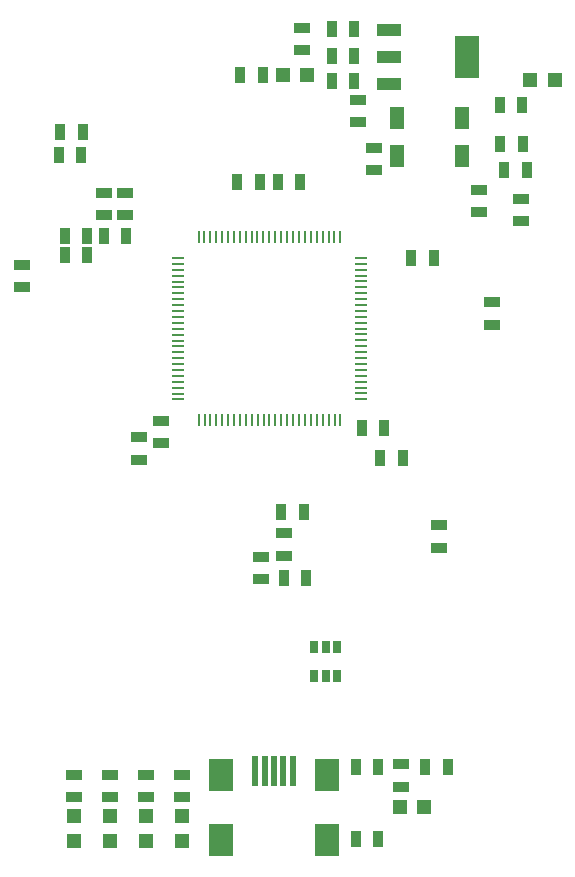
<source format=gtp>
G04 (created by PCBNEW (2013-mar-13)-testing) date Втр 25 Фев 2014 20:18:30*
%MOIN*%
G04 Gerber Fmt 3.4, Leading zero omitted, Abs format*
%FSLAX34Y34*%
G01*
G70*
G90*
G04 APERTURE LIST*
%ADD10C,0.005906*%
%ADD11R,0.055000X0.035000*%
%ADD12R,0.035000X0.055000*%
%ADD13R,0.047200X0.047200*%
%ADD14R,0.040000X0.010000*%
%ADD15R,0.010000X0.040000*%
%ADD16R,0.080000X0.144000*%
%ADD17R,0.080000X0.040000*%
%ADD18R,0.051181X0.074803*%
%ADD19R,0.020000X0.100000*%
%ADD20R,0.078740X0.110000*%
%ADD21R,0.027559X0.039370*%
G04 APERTURE END LIST*
G54D10*
G54D11*
X52100Y-51250D03*
X52100Y-50500D03*
G54D12*
X46725Y-39050D03*
X47475Y-39050D03*
X46125Y-39050D03*
X45375Y-39050D03*
G54D11*
X46175Y-52300D03*
X46175Y-51550D03*
G54D12*
X39625Y-40850D03*
X40375Y-40850D03*
X39625Y-41500D03*
X40375Y-41500D03*
G54D11*
X40950Y-39425D03*
X40950Y-40175D03*
X41650Y-39425D03*
X41650Y-40175D03*
X49400Y-37075D03*
X49400Y-36325D03*
G54D12*
X40225Y-37400D03*
X39475Y-37400D03*
X45475Y-35500D03*
X46225Y-35500D03*
G54D11*
X42850Y-47775D03*
X42850Y-47025D03*
G54D12*
X50275Y-47250D03*
X49525Y-47250D03*
X51925Y-41600D03*
X51175Y-41600D03*
G54D11*
X42100Y-47575D03*
X42100Y-48325D03*
X54850Y-40375D03*
X54850Y-39625D03*
G54D12*
X50150Y-48275D03*
X50900Y-48275D03*
X48525Y-35700D03*
X49275Y-35700D03*
X49275Y-34850D03*
X48525Y-34850D03*
G54D13*
X39950Y-60187D03*
X39950Y-61013D03*
X41150Y-60187D03*
X41150Y-61013D03*
X42350Y-60187D03*
X42350Y-61013D03*
X43550Y-60187D03*
X43550Y-61013D03*
X46887Y-35500D03*
X47713Y-35500D03*
X50787Y-59900D03*
X51613Y-59900D03*
X55137Y-35650D03*
X55963Y-35650D03*
G54D12*
X40175Y-38150D03*
X39425Y-38150D03*
X46850Y-50075D03*
X47600Y-50075D03*
G54D11*
X46950Y-51525D03*
X46950Y-50775D03*
G54D12*
X46925Y-52250D03*
X47675Y-52250D03*
G54D11*
X53875Y-43075D03*
X53875Y-43825D03*
X38200Y-41825D03*
X38200Y-42575D03*
X39950Y-59575D03*
X39950Y-58825D03*
X41150Y-59575D03*
X41150Y-58825D03*
X42350Y-59575D03*
X42350Y-58825D03*
X43550Y-59575D03*
X43550Y-58825D03*
G54D12*
X41675Y-40850D03*
X40925Y-40850D03*
G54D11*
X47550Y-34675D03*
X47550Y-33925D03*
X50850Y-59225D03*
X50850Y-58475D03*
G54D12*
X54875Y-36500D03*
X54125Y-36500D03*
G54D14*
X49500Y-41590D03*
X49500Y-46310D03*
X49500Y-46110D03*
X49500Y-45920D03*
X49500Y-45720D03*
X49500Y-45520D03*
X49500Y-45330D03*
X49500Y-45130D03*
X49500Y-44930D03*
X49500Y-44740D03*
X49500Y-44540D03*
X49500Y-44340D03*
X49500Y-44140D03*
X49500Y-43950D03*
X49500Y-43750D03*
X49500Y-43550D03*
X49500Y-43360D03*
X49500Y-43160D03*
X49500Y-42960D03*
X49500Y-42770D03*
X49500Y-42570D03*
X49500Y-42370D03*
X49500Y-42180D03*
X49500Y-41980D03*
X49500Y-41780D03*
G54D15*
X48810Y-47000D03*
X44090Y-47000D03*
X44290Y-47000D03*
X44480Y-47000D03*
X44680Y-47000D03*
X44880Y-47000D03*
X45070Y-47000D03*
X45270Y-47000D03*
X45470Y-47000D03*
X45660Y-47000D03*
X45860Y-47000D03*
X46060Y-47000D03*
X46260Y-47000D03*
X46450Y-47000D03*
X46650Y-47000D03*
X46850Y-47000D03*
X47040Y-47000D03*
X47240Y-47000D03*
X47440Y-47000D03*
X47630Y-47000D03*
X47830Y-47000D03*
X48030Y-47000D03*
X48220Y-47000D03*
X48420Y-47000D03*
X48620Y-47000D03*
X48810Y-40900D03*
X48610Y-40900D03*
X48420Y-40900D03*
X48220Y-40900D03*
X48020Y-40900D03*
X47830Y-40900D03*
X47630Y-40900D03*
X47430Y-40900D03*
X47240Y-40900D03*
X47040Y-40900D03*
X46840Y-40900D03*
X46640Y-40900D03*
X46450Y-40900D03*
X46250Y-40900D03*
X46050Y-40900D03*
X45860Y-40900D03*
X45660Y-40900D03*
X45460Y-40900D03*
X45270Y-40900D03*
X45070Y-40900D03*
X44870Y-40900D03*
X44680Y-40900D03*
X44480Y-40900D03*
X44280Y-40900D03*
X44090Y-40900D03*
G54D14*
X43400Y-41590D03*
X43400Y-41790D03*
X43400Y-41980D03*
X43400Y-42180D03*
X43400Y-42380D03*
X43400Y-42570D03*
X43400Y-42770D03*
X43400Y-42970D03*
X43400Y-43160D03*
X43400Y-43360D03*
X43400Y-43560D03*
X43400Y-43760D03*
X43400Y-43950D03*
X43400Y-44150D03*
X43400Y-44350D03*
X43400Y-44540D03*
X43400Y-44740D03*
X43400Y-44940D03*
X43400Y-45130D03*
X43400Y-45330D03*
X43400Y-45530D03*
X43400Y-45720D03*
X43400Y-45920D03*
X43400Y-46120D03*
X43400Y-46310D03*
G54D16*
X53050Y-34900D03*
G54D17*
X50450Y-34900D03*
X50450Y-35800D03*
X50450Y-34000D03*
G54D12*
X49325Y-58550D03*
X50075Y-58550D03*
X49325Y-60950D03*
X50075Y-60950D03*
G54D11*
X53450Y-40075D03*
X53450Y-39325D03*
X49950Y-38675D03*
X49950Y-37925D03*
G54D18*
X50717Y-38179D03*
X52882Y-38179D03*
X52882Y-36920D03*
X50717Y-36920D03*
G54D19*
X45970Y-58700D03*
X46285Y-58700D03*
X46600Y-58700D03*
X46914Y-58700D03*
X47229Y-58700D03*
G54D20*
X44828Y-60981D03*
X48371Y-60981D03*
X44828Y-58815D03*
X48371Y-58815D03*
G54D21*
X48699Y-54577D03*
X48325Y-54577D03*
X47950Y-54577D03*
X47950Y-55522D03*
X48325Y-55522D03*
X48699Y-55522D03*
G54D12*
X48525Y-33950D03*
X49275Y-33950D03*
X51650Y-58550D03*
X52400Y-58550D03*
X54275Y-38650D03*
X55025Y-38650D03*
X54150Y-37800D03*
X54900Y-37800D03*
M02*

</source>
